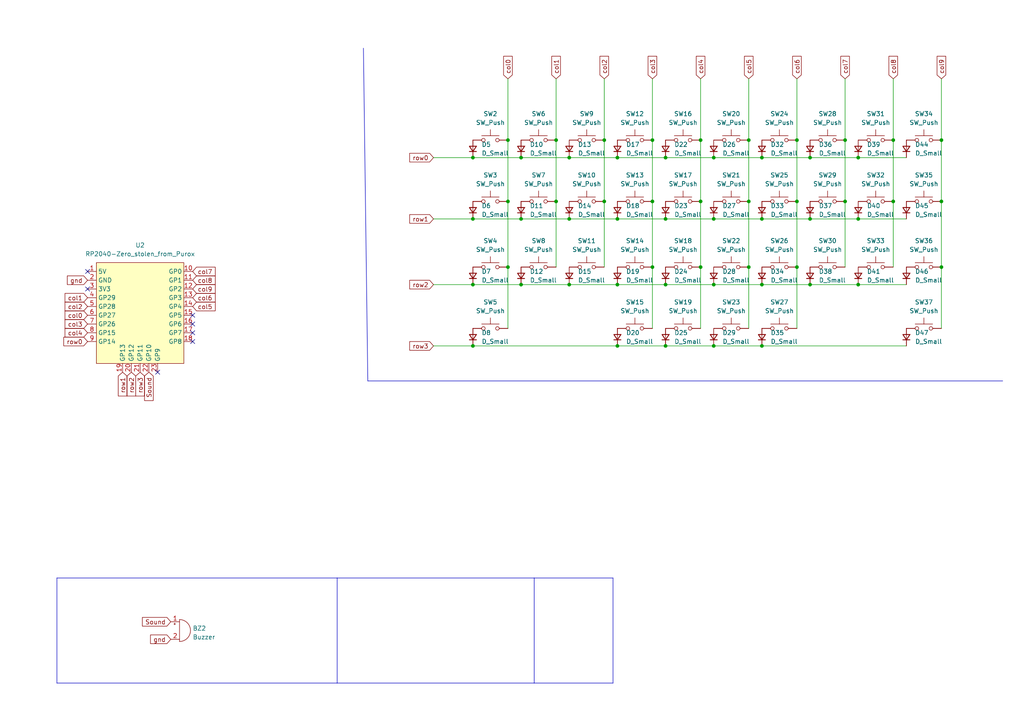
<source format=kicad_sch>
(kicad_sch (version 20231120) (generator "eeschema") (generator_version "8.0")
  (paper "A4")
  (lib_symbols
    (symbol "TheEndgame2024:Buzzer" (pin_names (offset 0.0254) hide)
      (property "Reference" "BZ1" (at 3.81 1.2701 0))
      (property "Value" "Buzzer" (at 3.81 -1.2699 0))
      (symbol "Buzzer_0_1"
        (arc (start 0 -3.175) (mid 3.1612 0) (end 0 3.175))
        (polyline (pts (xy -1.651 1.905) (xy -1.143 1.905)))
        (polyline (pts (xy -1.397 2.159) (xy -1.397 1.651)))
        (polyline (pts (xy 0 3.175) (xy 0 -3.175)))
      )
      (symbol "Buzzer_1_1"
        (pin passive line (at -2.54 2.54 0) (length 2.54) (name "-") (number "1"))
        (pin passive line (at -2.54 -2.54 0) (length 2.54) (name "+") (number "2"))
      )
    )
    (symbol "TheEndgame2024:D_Small" (pin_numbers hide) (pin_names (offset 0.254) hide)
      (property "Reference" "D28" (at 2.54 1.2701 90))
      (property "Value" "D_Small" (at 2.54 -1.2699 90))
      (symbol "D_Small_0_1"
        (polyline (pts (xy -0.762 -1.016) (xy -0.762 1.016)) (stroke (width 0.254)))
        (polyline (pts (xy -0.762 0) (xy 0.762 0)))
        (polyline (pts (xy 0.762 -1.016) (xy -0.762 0) (xy 0.762 1.016) (xy 0.762 -1.016)) (stroke (width 0.254)))
      )
      (symbol "D_Small_1_1"
        (pin passive line (at -2.54 0 0) (length 1.778) (name "K") (number "1"))
        (pin passive line (at 2.54 0 180) (length 1.778) (name "A") (number "2"))
      )
    )
    (symbol "TheEndgame2024:RP2040-Zero_stolen_from_Purox"
      (property "Reference" "U2" (at 0 12.7 0))
      (property "Value" "RP2040-Zero_stolen_from_Purox" (at 0 10.16 0))
      (symbol "RP2040-Zero_stolen_from_Purox_0_1"
        (rectangle (start -12.7 7.62) (end 12.7 -21.59) (fill (type background)))
      )
      (symbol "RP2040-Zero_stolen_from_Purox_1_1"
        (pin power_in line (at -15.24 5.08 0) (length 2.54) (name "5V") (number "1"))
        (pin bidirectional line (at 15.24 5.08 180) (length 2.54) (name "GP0") (number "10"))
        (pin bidirectional line (at 15.24 2.54 180) (length 2.54) (name "GP1") (number "11"))
        (pin bidirectional line (at 15.24 0 180) (length 2.54) (name "GP2") (number "12"))
        (pin bidirectional line (at 15.24 -2.54 180) (length 2.54) (name "GP3") (number "13"))
        (pin bidirectional line (at 15.24 -5.08 180) (length 2.54) (name "GP4") (number "14"))
        (pin bidirectional line (at 15.24 -7.62 180) (length 2.54) (name "GP5") (number "15"))
        (pin bidirectional line (at 15.24 -10.16 180) (length 2.54) (name "GP6") (number "16"))
        (pin bidirectional line (at 15.24 -12.7 180) (length 2.54) (name "GP7") (number "17"))
        (pin bidirectional line (at 15.24 -15.24 180) (length 2.54) (name "GP8") (number "18"))
        (pin bidirectional line (at -5.08 -24.13 90) (length 2.54) (name "GP13") (number "19"))
        (pin power_in line (at -15.24 2.54 0) (length 2.54) (name "GND") (number "2"))
        (pin bidirectional line (at -2.54 -24.13 90) (length 2.54) (name "GP12") (number "20"))
        (pin bidirectional line (at 0 -24.13 90) (length 2.54) (name "GP11") (number "21"))
        (pin bidirectional line (at 2.54 -24.13 90) (length 2.54) (name "GP10") (number "22"))
        (pin bidirectional line (at 5.08 -24.13 90) (length 2.54) (name "GP9") (number "23"))
        (pin power_in line (at -15.24 0 0) (length 2.54) (name "3V3") (number "3"))
        (pin bidirectional line (at -15.24 -2.54 0) (length 2.54) (name "GP29") (number "4"))
        (pin bidirectional line (at -15.24 -5.08 0) (length 2.54) (name "GP28") (number "5"))
        (pin bidirectional line (at -15.24 -7.62 0) (length 2.54) (name "GP27") (number "6"))
        (pin bidirectional line (at -15.24 -10.16 0) (length 2.54) (name "GP26") (number "7"))
        (pin bidirectional line (at -15.24 -12.7 0) (length 2.54) (name "GP15") (number "8"))
        (pin bidirectional line (at -15.24 -15.24 0) (length 2.54) (name "GP14") (number "9"))
      )
    )
    (symbol "TheEndgame2024:SW_Push" (pin_numbers hide) (pin_names (offset 1.016) hide)
      (property "Reference" "SW35" (at 0 7.62 0))
      (property "Value" "SW_Push" (at 0 5.08 0))
      (symbol "SW_Push_0_1"
        (circle (center -2.032 0) (radius 0.508))
        (polyline (pts (xy 0 1.27) (xy 0 3.048)))
        (polyline (pts (xy 2.54 1.27) (xy -2.54 1.27)))
        (circle (center 2.032 0) (radius 0.508))
        (pin passive line (at -5.08 0 0) (length 2.54) (name "1") (number "1"))
        (pin passive line (at 5.08 0 180) (length 2.54) (name "2") (number "2"))
      )
    )
  )
  (junction (at 137.16 100.33))
  (junction (at 231.14 77.47))
  (junction (at 231.14 40.64))
  (junction (at 234.95 45.72))
  (junction (at 189.23 58.42))
  (junction (at 217.17 77.47))
  (junction (at 259.08 40.64))
  (junction (at 161.29 58.42))
  (junction (at 203.2 77.47))
  (junction (at 193.04 82.55))
  (junction (at 175.26 40.64))
  (junction (at 259.08 58.42))
  (junction (at 234.95 82.55))
  (junction (at 137.16 45.72))
  (junction (at 207.01 100.33))
  (junction (at 203.2 40.64))
  (junction (at 231.14 58.42))
  (junction (at 248.92 45.72))
  (junction (at 193.04 45.72))
  (junction (at 165.1 82.55))
  (junction (at 151.13 82.55))
  (junction (at 273.05 40.64))
  (junction (at 193.04 63.5))
  (junction (at 147.32 58.42))
  (junction (at 220.98 63.5))
  (junction (at 165.1 63.5))
  (junction (at 217.17 40.64))
  (junction (at 179.07 82.55))
  (junction (at 137.16 63.5))
  (junction (at 248.92 82.55))
  (junction (at 207.01 45.72))
  (junction (at 207.01 82.55))
  (junction (at 234.95 63.5))
  (junction (at 165.1 45.72))
  (junction (at 189.23 40.64))
  (junction (at 203.2 58.42))
  (junction (at 273.05 77.47))
  (junction (at 273.05 58.42))
  (junction (at 189.23 77.47))
  (junction (at 179.07 45.72))
  (junction (at 193.04 100.33))
  (junction (at 147.32 40.64))
  (junction (at 147.32 77.47))
  (junction (at 151.13 45.72))
  (junction (at 137.16 82.55))
  (junction (at 175.26 58.42))
  (junction (at 179.07 63.5))
  (junction (at 220.98 82.55))
  (junction (at 245.11 58.42))
  (junction (at 207.01 63.5))
  (junction (at 217.17 58.42))
  (junction (at 248.92 63.5))
  (junction (at 161.29 40.64))
  (junction (at 245.11 40.64))
  (junction (at 220.98 45.72))
  (junction (at 151.13 63.5))
  (junction (at 220.98 100.33))
  (junction (at 179.07 100.33))
  (no_connect (at 25.4 83.82))
  (no_connect (at 25.4 78.74))
  (no_connect (at 55.88 96.52))
  (no_connect (at 55.88 99.06))
  (no_connect (at 55.88 91.44))
  (no_connect (at 55.88 93.98))
  (no_connect (at 45.72 107.95))
  (wire (pts (xy 231.14 58.42) (xy 231.14 77.47)))
  (wire (pts (xy 147.32 77.47) (xy 147.32 95.25)))
  (wire (pts (xy 207.01 63.5) (xy 220.98 63.5)))
  (polyline (pts (xy 154.94 167.64) (xy 97.79 167.64)))
  (wire (pts (xy 259.08 22.86) (xy 259.08 40.64)))
  (wire (pts (xy 175.26 58.42) (xy 175.26 77.47)))
  (wire (pts (xy 248.92 82.55) (xy 262.89 82.55)))
  (wire (pts (xy 220.98 82.55) (xy 234.95 82.55)))
  (wire (pts (xy 189.23 77.47) (xy 189.23 95.25)))
  (wire (pts (xy 151.13 45.72) (xy 165.1 45.72)))
  (wire (pts (xy 234.95 45.72) (xy 248.92 45.72)))
  (wire (pts (xy 125.73 63.5) (xy 137.16 63.5)))
  (wire (pts (xy 147.32 58.42) (xy 147.32 77.47)))
  (wire (pts (xy 137.16 63.5) (xy 151.13 63.5)))
  (wire (pts (xy 273.05 40.64) (xy 273.05 58.42)))
  (wire (pts (xy 125.73 45.72) (xy 137.16 45.72)))
  (wire (pts (xy 203.2 58.42) (xy 203.2 77.47)))
  (wire (pts (xy 220.98 45.72) (xy 234.95 45.72)))
  (polyline (pts (xy 97.79 198.12) (xy 16.51 198.12)))
  (polyline (pts (xy 16.51 167.64) (xy 97.79 167.64)))
  (wire (pts (xy 207.01 100.33) (xy 220.98 100.33)))
  (wire (pts (xy 161.29 58.42) (xy 161.29 77.47)))
  (wire (pts (xy 231.14 40.64) (xy 231.14 58.42)))
  (wire (pts (xy 189.23 58.42) (xy 189.23 77.47)))
  (wire (pts (xy 259.08 58.42) (xy 259.08 77.47)))
  (polyline (pts (xy 154.94 198.12) (xy 177.8 198.12)))
  (wire (pts (xy 234.95 63.5) (xy 248.92 63.5)))
  (wire (pts (xy 179.07 63.5) (xy 193.04 63.5)))
  (wire (pts (xy 179.07 82.55) (xy 193.04 82.55)))
  (wire (pts (xy 137.16 82.55) (xy 151.13 82.55)))
  (wire (pts (xy 179.07 100.33) (xy 193.04 100.33)))
  (wire (pts (xy 220.98 63.5) (xy 234.95 63.5)))
  (wire (pts (xy 273.05 22.86) (xy 273.05 40.64)))
  (wire (pts (xy 220.98 100.33) (xy 262.89 100.33)))
  (wire (pts (xy 193.04 100.33) (xy 207.01 100.33)))
  (wire (pts (xy 165.1 45.72) (xy 179.07 45.72)))
  (wire (pts (xy 161.29 22.86) (xy 161.29 40.64)))
  (wire (pts (xy 207.01 45.72) (xy 220.98 45.72)))
  (wire (pts (xy 245.11 22.86) (xy 245.11 40.64)))
  (wire (pts (xy 137.16 100.33) (xy 179.07 100.33)))
  (wire (pts (xy 207.01 82.55) (xy 220.98 82.55)))
  (polyline (pts (xy 97.79 167.64) (xy 97.79 198.12)))
  (wire (pts (xy 217.17 58.42) (xy 217.17 77.47)))
  (wire (pts (xy 175.26 40.64) (xy 175.26 58.42)))
  (wire (pts (xy 217.17 77.47) (xy 217.17 95.25)))
  (wire (pts (xy 161.29 40.64) (xy 161.29 58.42)))
  (wire (pts (xy 245.11 40.64) (xy 245.11 58.42)))
  (wire (pts (xy 165.1 82.55) (xy 179.07 82.55)))
  (wire (pts (xy 125.73 100.33) (xy 137.16 100.33)))
  (wire (pts (xy 193.04 45.72) (xy 207.01 45.72)))
  (wire (pts (xy 147.32 22.86) (xy 147.32 40.64)))
  (polyline (pts (xy 106.68 110.49) (xy 290.83 110.49)))
  (polyline (pts (xy 105.41 13.97) (xy 106.68 110.49)))
  (wire (pts (xy 217.17 22.86) (xy 217.17 40.64)))
  (wire (pts (xy 273.05 77.47) (xy 273.05 95.25)))
  (wire (pts (xy 137.16 45.72) (xy 151.13 45.72)))
  (wire (pts (xy 151.13 63.5) (xy 165.1 63.5)))
  (wire (pts (xy 175.26 22.86) (xy 175.26 40.64)))
  (polyline (pts (xy 177.8 198.12) (xy 177.8 167.64)))
  (wire (pts (xy 245.11 58.42) (xy 245.11 77.47)))
  (wire (pts (xy 248.92 45.72) (xy 262.89 45.72)))
  (wire (pts (xy 203.2 77.47) (xy 203.2 95.25)))
  (wire (pts (xy 234.95 82.55) (xy 248.92 82.55)))
  (polyline (pts (xy 154.94 198.12) (xy 154.94 167.64)))
  (wire (pts (xy 165.1 63.5) (xy 179.07 63.5)))
  (polyline (pts (xy 177.8 167.64) (xy 154.94 167.64)))
  (wire (pts (xy 193.04 63.5) (xy 207.01 63.5)))
  (wire (pts (xy 231.14 22.86) (xy 231.14 40.64)))
  (polyline (pts (xy 16.51 198.12) (xy 16.51 167.64)))
  (wire (pts (xy 151.13 82.55) (xy 165.1 82.55)))
  (wire (pts (xy 179.07 45.72) (xy 193.04 45.72)))
  (wire (pts (xy 147.32 40.64) (xy 147.32 58.42)))
  (wire (pts (xy 259.08 40.64) (xy 259.08 58.42)))
  (wire (pts (xy 125.73 82.55) (xy 137.16 82.55)))
  (wire (pts (xy 203.2 22.86) (xy 203.2 40.64)))
  (wire (pts (xy 193.04 82.55) (xy 207.01 82.55)))
  (wire (pts (xy 231.14 77.47) (xy 231.14 95.25)))
  (wire (pts (xy 248.92 63.5) (xy 262.89 63.5)))
  (wire (pts (xy 217.17 40.64) (xy 217.17 58.42)))
  (wire (pts (xy 189.23 22.86) (xy 189.23 40.64)))
  (wire (pts (xy 273.05 58.42) (xy 273.05 77.47)))
  (wire (pts (xy 203.2 40.64) (xy 203.2 58.42)))
  (polyline (pts (xy 97.79 198.12) (xy 154.94 198.12)))
  (wire (pts (xy 189.23 40.64) (xy 189.23 58.42)))
  (global_label "row0" (shape input) (at 25.4 99.06 180) (property "Intersheetrefs" "${INTERSHEET_REFS}" (effects (hide yes))))
  (global_label "col2" (shape input) (at 25.4 88.9 180) (property "Intersheetrefs" "${INTERSHEET_REFS}" (effects (hide yes))))
  (global_label "col0" (shape input) (at 147.32 22.86 90) (property "Intersheetrefs" "${INTERSHEET_REFS}" (effects (hide yes))))
  (global_label "col6" (shape input) (at 231.14 22.86 90) (property "Intersheetrefs" "${INTERSHEET_REFS}" (effects (hide yes))))
  (global_label "col8" (shape input) (at 55.88 81.28 0) (property "Intersheetrefs" "${INTERSHEET_REFS}" (effects (hide yes))))
  (global_label "row3" (shape input) (at 40.64 107.95 270) (property "Intersheetrefs" "${INTERSHEET_REFS}" (effects (hide yes))))
  (global_label "Sound" (shape input) (at 49.53 180.34 180) (property "Intersheetrefs" "${INTERSHEET_REFS}" (effects (hide yes))))
  (global_label "col5" (shape input) (at 55.88 88.9 0) (property "Intersheetrefs" "${INTERSHEET_REFS}" (effects (hide yes))))
  (global_label "col2" (shape input) (at 175.26 22.86 90) (property "Intersheetrefs" "${INTERSHEET_REFS}" (effects (hide yes))))
  (global_label "row1" (shape input) (at 125.73 63.5 180) (property "Intersheetrefs" "${INTERSHEET_REFS}" (effects (hide yes))))
  (global_label "row3" (shape input) (at 125.73 100.33 180) (property "Intersheetrefs" "${INTERSHEET_REFS}" (effects (hide yes))))
  (global_label "row0" (shape input) (at 125.73 45.72 180) (property "Intersheetrefs" "${INTERSHEET_REFS}" (effects (hide yes))))
  (global_label "col6" (shape input) (at 55.88 86.36 0) (property "Intersheetrefs" "${INTERSHEET_REFS}" (effects (hide yes))))
  (global_label "col9" (shape input) (at 55.88 83.82 0) (property "Intersheetrefs" "${INTERSHEET_REFS}" (effects (hide yes))))
  (global_label "col8" (shape input) (at 259.08 22.86 90) (property "Intersheetrefs" "${INTERSHEET_REFS}" (effects (hide yes))))
  (global_label "row1" (shape input) (at 35.56 107.95 270) (property "Intersheetrefs" "${INTERSHEET_REFS}" (effects (hide yes))))
  (global_label "row2" (shape input) (at 125.73 82.55 180) (property "Intersheetrefs" "${INTERSHEET_REFS}" (effects (hide yes))))
  (global_label "col3" (shape input) (at 189.23 22.86 90) (property "Intersheetrefs" "${INTERSHEET_REFS}" (effects (hide yes))))
  (global_label "col4" (shape input) (at 25.4 96.52 180) (property "Intersheetrefs" "${INTERSHEET_REFS}" (effects (hide yes))))
  (global_label "col7" (shape input) (at 55.88 78.74 0) (property "Intersheetrefs" "${INTERSHEET_REFS}" (effects (hide yes))))
  (global_label "col5" (shape input) (at 217.17 22.86 90) (property "Intersheetrefs" "${INTERSHEET_REFS}" (effects (hide yes))))
  (global_label "col0" (shape input) (at 25.4 91.44 180) (property "Intersheetrefs" "${INTERSHEET_REFS}" (effects (hide yes))))
  (global_label "col3" (shape input) (at 25.4 93.98 180) (property "Intersheetrefs" "${INTERSHEET_REFS}" (effects (hide yes))))
  (global_label "col4" (shape input) (at 203.2 22.86 90) (property "Intersheetrefs" "${INTERSHEET_REFS}" (effects (hide yes))))
  (global_label "gnd" (shape input) (at 49.53 185.42 180) (property "Intersheetrefs" "${INTERSHEET_REFS}" (effects (hide yes))))
  (global_label "row2" (shape input) (at 38.1 107.95 270) (property "Intersheetrefs" "${INTERSHEET_REFS}" (effects (hide yes))))
  (global_label "col7" (shape input) (at 245.11 22.86 90) (property "Intersheetrefs" "${INTERSHEET_REFS}" (effects (hide yes))))
  (global_label "col1" (shape input) (at 25.4 86.36 180) (property "Intersheetrefs" "${INTERSHEET_REFS}" (effects (hide yes))))
  (global_label "col9" (shape input) (at 273.05 22.86 90) (property "Intersheetrefs" "${INTERSHEET_REFS}" (effects (hide yes))))
  (global_label "gnd" (shape input) (at 25.4 81.28 180) (property "Intersheetrefs" "${INTERSHEET_REFS}" (effects (hide yes))))
  (global_label "col1" (shape input) (at 161.29 22.86 90) (property "Intersheetrefs" "${INTERSHEET_REFS}" (effects (hide yes))))
  (global_label "Sound" (shape input) (at 43.18 107.95 270) (property "Intersheetrefs" "${INTERSHEET_REFS}" (effects (hide yes))))
  (symbol (lib_id "TheEndgame2024:SW_Push") (at 156.21 40.64 0) (unit 1)
    (property "Reference" "SW6" (at 156.21 33.02 0))
    (property "Value" "SW_Push" (at 156.21 35.56 0))
    (property "Footprint" "UWUmasterGatekeeperHusoLib:SW_choc_v1_HSxSolder_1u_filets_MBK_blk fixxed flipped solder pads" (effects (hide yes)))
  )
  (symbol (lib_id "TheEndgame2024:SW_Push") (at 142.24 95.25 0) (unit 1)
    (property "Reference" "SW5" (at 142.24 87.63 0))
    (property "Value" "SW_Push" (at 142.24 90.17 0))
    (property "Footprint" "UWUmasterGatekeeperHusoLib:SW_choc_v1_HSxSolder_1.5u_filets_MBK_blk fixxed flipped solder pads" (effects (hide yes)))
  )
  (symbol (lib_id "TheEndgame2024:SW_Push") (at 226.06 40.64 0) (unit 1)
    (property "Reference" "SW24" (at 226.06 33.02 0))
    (property "Value" "SW_Push" (at 226.06 35.56 0))
    (property "Footprint" "UWUmasterGatekeeperHusoLib:SW_choc_v1_HSxSolder_1u_filets_MBK_blk fixxed flipped solder pads" (effects (hide yes)))
  )
  (symbol (lib_id "TheEndgame2024:D_Small") (at 151.13 60.96 90) (unit 1)
    (property "Reference" "D11" (at 153.67 59.6899 90) (effects (justify right)))
    (property "Value" "D_Small" (at 153.67 62.2299 90) (effects (justify right)))
    (property "Footprint" "UWUmasterGatekeeperHusoLib:Diode_SOD123 filets triangle" (effects (hide yes)))
  )
  (symbol (lib_id "TheEndgame2024:SW_Push") (at 184.15 77.47 0) (unit 1)
    (property "Reference" "SW14" (at 184.15 69.85 0))
    (property "Value" "SW_Push" (at 184.15 72.39 0))
    (property "Footprint" "UWUmasterGatekeeperHusoLib:SW_choc_v1_HSxSolder_1u_filets_MBK_blk fixxed flipped solder pads" (effects (hide yes)))
  )
  (symbol (lib_id "TheEndgame2024:D_Small") (at 220.98 43.18 90) (unit 1)
    (property "Reference" "D32" (at 223.52 41.9099 90) (effects (justify right)))
    (property "Value" "D_Small" (at 223.52 44.4499 90) (effects (justify right)))
    (property "Footprint" "UWUmasterGatekeeperHusoLib:Diode_SOD123 filets triangle" (effects (hide yes)))
  )
  (symbol (lib_id "TheEndgame2024:D_Small") (at 151.13 80.01 90) (unit 1)
    (property "Reference" "D12" (at 153.67 78.7399 90) (effects (justify right)))
    (property "Value" "D_Small" (at 153.67 81.2799 90) (effects (justify right)))
    (property "Footprint" "UWUmasterGatekeeperHusoLib:Diode_SOD123 filets triangle" (effects (hide yes)))
  )
  (symbol (lib_id "TheEndgame2024:D_Small") (at 248.92 43.18 90) (unit 1)
    (property "Reference" "D39" (at 251.46 41.9099 90) (effects (justify right)))
    (property "Value" "D_Small" (at 251.46 44.4499 90) (effects (justify right)))
    (property "Footprint" "UWUmasterGatekeeperHusoLib:Diode_SOD123 filets triangle" (effects (hide yes)))
  )
  (symbol (lib_id "TheEndgame2024:SW_Push") (at 198.12 77.47 0) (unit 1)
    (property "Reference" "SW18" (at 198.12 69.85 0))
    (property "Value" "SW_Push" (at 198.12 72.39 0))
    (property "Footprint" "UWUmasterGatekeeperHusoLib:SW_choc_v1_HSxSolder_1u_filets_MBK_blk fixxed flipped solder pads" (effects (hide yes)))
  )
  (symbol (lib_id "TheEndgame2024:D_Small") (at 234.95 43.18 90) (unit 1)
    (property "Reference" "D36" (at 237.49 41.9099 90) (effects (justify right)))
    (property "Value" "D_Small" (at 237.49 44.4499 90) (effects (justify right)))
    (property "Footprint" "UWUmasterGatekeeperHusoLib:Diode_SOD123 filets triangle" (effects (hide yes)))
  )
  (symbol (lib_id "TheEndgame2024:SW_Push") (at 156.21 58.42 0) (unit 1)
    (property "Reference" "SW7" (at 156.21 50.8 0))
    (property "Value" "SW_Push" (at 156.21 53.34 0))
    (property "Footprint" "UWUmasterGatekeeperHusoLib:SW_choc_v1_HSxSolder_1u_filets_MBK_blk fixxed flipped solder pads" (effects (hide yes)))
  )
  (symbol (lib_id "TheEndgame2024:SW_Push") (at 198.12 40.64 0) (unit 1)
    (property "Reference" "SW16" (at 198.12 33.02 0))
    (property "Value" "SW_Push" (at 198.12 35.56 0))
    (property "Footprint" "UWUmasterGatekeeperHusoLib:SW_choc_v1_HSxSolder_1u_filets_MBK_blk fixxed flipped solder pads" (effects (hide yes)))
  )
  (symbol (lib_id "TheEndgame2024:SW_Push") (at 170.18 58.42 0) (unit 1)
    (property "Reference" "SW10" (at 170.18 50.8 0))
    (property "Value" "SW_Push" (at 170.18 53.34 0))
    (property "Footprint" "UWUmasterGatekeeperHusoLib:SW_choc_v1_HSxSolder_1u_filets_MBK_blk fixxed flipped solder pads" (effects (hide yes)))
  )
  (symbol (lib_id "TheEndgame2024:D_Small") (at 165.1 60.96 90) (unit 1)
    (property "Reference" "D14" (at 167.64 59.6899 90) (effects (justify right)))
    (property "Value" "D_Small" (at 167.64 62.2299 90) (effects (justify right)))
    (property "Footprint" "UWUmasterGatekeeperHusoLib:Diode_SOD123 filets triangle" (effects (hide yes)))
  )
  (symbol (lib_id "TheEndgame2024:SW_Push") (at 254 40.64 0) (unit 1)
    (property "Reference" "SW31" (at 254 33.02 0))
    (property "Value" "SW_Push" (at 254 35.56 0))
    (property "Footprint" "UWUmasterGatekeeperHusoLib:SW_choc_v1_HSxSolder_1u_filets_MBK_blk fixxed flipped solder pads" (effects (hide yes)))
  )
  (symbol (lib_id "TheEndgame2024:SW_Push") (at 198.12 95.25 0) (unit 1)
    (property "Reference" "SW19" (at 198.12 87.63 0))
    (property "Value" "SW_Push" (at 198.12 90.17 0))
    (property "Footprint" "UWUmasterGatekeeperHusoLib:SW_choc_v1_HSxSolder_1.5u_filets_MBK_blk fixxed flipped solder pads" (effects (hide yes)))
  )
  (symbol (lib_id "TheEndgame2024:D_Small") (at 193.04 43.18 90) (unit 1)
    (property "Reference" "D22" (at 195.58 41.9099 90) (effects (justify right)))
    (property "Value" "D_Small" (at 195.58 44.4499 90) (effects (justify right)))
    (property "Footprint" "UWUmasterGatekeeperHusoLib:Diode_SOD123 filets triangle" (effects (hide yes)))
  )
  (symbol (lib_id "TheEndgame2024:SW_Push") (at 184.15 95.25 0) (unit 1)
    (property "Reference" "SW15" (at 184.15 87.63 0))
    (property "Value" "SW_Push" (at 184.15 90.17 0))
    (property "Footprint" "UWUmasterGatekeeperHusoLib:SW_choc_v1_HSxSolder_1u_filets_MBK_blk fixxed flipped solder pads" (effects (hide yes)))
  )
  (symbol (lib_id "TheEndgame2024:D_Small") (at 193.04 97.79 90) (unit 1)
    (property "Reference" "D25" (at 195.58 96.5199 90) (effects (justify right)))
    (property "Value" "D_Small" (at 195.58 99.0599 90) (effects (justify right)))
    (property "Footprint" "UWUmasterGatekeeperHusoLib:Diode_SOD123 filets triangle" (effects (hide yes)))
  )
  (symbol (lib_id "TheEndgame2024:SW_Push") (at 254 77.47 0) (unit 1)
    (property "Reference" "SW33" (at 254 69.85 0))
    (property "Value" "SW_Push" (at 254 72.39 0))
    (property "Footprint" "UWUmasterGatekeeperHusoLib:SW_choc_v1_HSxSolder_1u_filets_MBK_blk fixxed flipped solder pads" (effects (hide yes)))
  )
  (symbol (lib_id "TheEndgame2024:D_Small") (at 248.92 60.96 90) (unit 1)
    (property "Reference" "D40" (at 251.46 59.6899 90) (effects (justify right)))
    (property "Value" "D_Small" (at 251.46 62.2299 90) (effects (justify right)))
    (property "Footprint" "UWUmasterGatekeeperHusoLib:Diode_SOD123 filets triangle" (effects (hide yes)))
  )
  (symbol (lib_id "TheEndgame2024:D_Small") (at 137.16 97.79 90) (unit 1)
    (property "Reference" "D8" (at 139.7 96.5199 90) (effects (justify right)))
    (property "Value" "D_Small" (at 139.7 99.0599 90) (effects (justify right)))
    (property "Footprint" "UWUmasterGatekeeperHusoLib:Diode_SOD123 filets triangle" (effects (hide yes)))
  )
  (symbol (lib_id "TheEndgame2024:D_Small") (at 179.07 97.79 90) (unit 1)
    (property "Reference" "D20" (at 181.61 96.5199 90) (effects (justify right)))
    (property "Value" "D_Small" (at 181.61 99.0599 90) (effects (justify right)))
    (property "Footprint" "UWUmasterGatekeeperHusoLib:Diode_SOD123 filets triangle" (effects (hide yes)))
  )
  (symbol (lib_id "TheEndgame2024:D_Small") (at 220.98 60.96 90) (unit 1)
    (property "Reference" "D33" (at 223.52 59.6899 90) (effects (justify right)))
    (property "Value" "D_Small" (at 223.52 62.2299 90) (effects (justify right)))
    (property "Footprint" "UWUmasterGatekeeperHusoLib:Diode_SOD123 filets triangle" (effects (hide yes)))
  )
  (symbol (lib_id "TheEndgame2024:D_Small") (at 165.1 80.01 90) (unit 1)
    (property "Reference" "D15" (at 167.64 78.7399 90) (effects (justify right)))
    (property "Value" "D_Small" (at 167.64 81.2799 90) (effects (justify right)))
    (property "Footprint" "UWUmasterGatekeeperHusoLib:Diode_SOD123 filets triangle" (effects (hide yes)))
  )
  (symbol (lib_id "TheEndgame2024:SW_Push") (at 170.18 77.47 0) (unit 1)
    (property "Reference" "SW11" (at 170.18 69.85 0))
    (property "Value" "SW_Push" (at 170.18 72.39 0))
    (property "Footprint" "UWUmasterGatekeeperHusoLib:SW_choc_v1_HSxSolder_1u_filets_MBK_blk fixxed flipped solder pads" (effects (hide yes)))
  )
  (symbol (lib_id "TheEndgame2024:D_Small") (at 248.92 80.01 90) (unit 1)
    (property "Reference" "D41" (at 251.46 78.7399 90) (effects (justify right)))
    (property "Value" "D_Small" (at 251.46 81.2799 90) (effects (justify right)))
    (property "Footprint" "UWUmasterGatekeeperHusoLib:Diode_SOD123 filets triangle" (effects (hide yes)))
  )
  (symbol (lib_id "TheEndgame2024:SW_Push") (at 240.03 40.64 0) (unit 1)
    (property "Reference" "SW28" (at 240.03 33.02 0))
    (property "Value" "SW_Push" (at 240.03 35.56 0))
    (property "Footprint" "UWUmasterGatekeeperHusoLib:SW_choc_v1_HSxSolder_1u_filets_MBK_blk fixxed flipped solder pads" (effects (hide yes)))
  )
  (symbol (lib_id "TheEndgame2024:SW_Push") (at 184.15 40.64 0) (unit 1)
    (property "Reference" "SW12" (at 184.15 33.02 0))
    (property "Value" "SW_Push" (at 184.15 35.56 0))
    (property "Footprint" "UWUmasterGatekeeperHusoLib:SW_choc_v1_HSxSolder_1u_filets_MBK_blk fixxed flipped solder pads" (effects (hide yes)))
  )
  (symbol (lib_id "TheEndgame2024:D_Small") (at 193.04 60.96 90) (unit 1)
    (property "Reference" "D23" (at 195.58 59.6899 90) (effects (justify right)))
    (property "Value" "D_Small" (at 195.58 62.2299 90) (effects (justify right)))
    (property "Footprint" "UWUmasterGatekeeperHusoLib:Diode_SOD123 filets triangle" (effects (hide yes)))
  )
  (symbol (lib_id "TheEndgame2024:SW_Push") (at 142.24 40.64 0) (unit 1)
    (property "Reference" "SW2" (at 142.24 33.02 0))
    (property "Value" "SW_Push" (at 142.24 35.56 0))
    (property "Footprint" "UWUmasterGatekeeperHusoLib:SW_choc_v1_HSxSolder_1u_filets_MBK_blk fixxed flipped solder pads" (effects (hide yes)))
  )
  (symbol (lib_id "TheEndgame2024:D_Small") (at 137.16 60.96 90) (unit 1)
    (property "Reference" "D6" (at 139.7 59.6899 90) (effects (justify right)))
    (property "Value" "D_Small" (at 139.7 62.2299 90) (effects (justify right)))
    (property "Footprint" "UWUmasterGatekeeperHusoLib:Diode_SOD123 filets triangle" (effects (hide yes)))
  )
  (symbol (lib_id "TheEndgame2024:SW_Push") (at 212.09 95.25 0) (unit 1)
    (property "Reference" "SW23" (at 212.09 87.63 0))
    (property "Value" "SW_Push" (at 212.09 90.17 0))
    (property "Footprint" "UWUmasterGatekeeperHusoLib:SW_choc_v1_HSxSolder_1.5u_filets_MBK_blk fixxed flipped solder pads" (effects (hide yes)))
  )
  (symbol (lib_id "TheEndgame2024:SW_Push") (at 212.09 58.42 0) (unit 1)
    (property "Reference" "SW21" (at 212.09 50.8 0))
    (property "Value" "SW_Push" (at 212.09 53.34 0))
    (property "Footprint" "UWUmasterGatekeeperHusoLib:SW_choc_v1_HSxSolder_1u_filets_MBK_blk fixxed flipped solder pads" (effects (hide yes)))
  )
  (symbol (lib_id "TheEndgame2024:D_Small") (at 262.89 43.18 90) (unit 1)
    (property "Reference" "D44" (at 265.43 41.9099 90) (effects (justify right)))
    (property "Value" "D_Small" (at 265.43 44.4499 90) (effects (justify right)))
    (property "Footprint" "UWUmasterGatekeeperHusoLib:Diode_SOD123 filets triangle" (effects (hide yes)))
  )
  (symbol (lib_id "TheEndgame2024:SW_Push") (at 240.03 77.47 0) (unit 1)
    (property "Reference" "SW30" (at 240.03 69.85 0))
    (property "Value" "SW_Push" (at 240.03 72.39 0))
    (property "Footprint" "UWUmasterGatekeeperHusoLib:SW_choc_v1_HSxSolder_1u_filets_MBK_blk fixxed flipped solder pads" (effects (hide yes)))
  )
  (symbol (lib_id "TheEndgame2024:D_Small") (at 137.16 80.01 90) (unit 1)
    (property "Reference" "D7" (at 139.7 78.7399 90) (effects (justify right)))
    (property "Value" "D_Small" (at 139.7 81.2799 90) (effects (justify right)))
    (property "Footprint" "UWUmasterGatekeeperHusoLib:Diode_SOD123 filets triangle" (effects (hide yes)))
  )
  (symbol (lib_id "TheEndgame2024:SW_Push") (at 267.97 95.25 0) (unit 1)
    (property "Reference" "SW37" (at 267.97 87.63 0))
    (property "Value" "SW_Push" (at 267.97 90.17 0))
    (property "Footprint" "UWUmasterGatekeeperHusoLib:SW_choc_v1_HSxSolder_1.5u_filets_MBK_blk fixxed flipped solder pads" (effects (hide yes)))
  )
  (symbol (lib_id "TheEndgame2024:D_Small") (at 207.01 97.79 90) (unit 1)
    (property "Reference" "D29" (at 209.55 96.5199 90) (effects (justify right)))
    (property "Value" "D_Small" (at 209.55 99.0599 90) (effects (justify right)))
    (property "Footprint" "UWUmasterGatekeeperHusoLib:Diode_SOD123 filets triangle" (effects (hide yes)))
  )
  (symbol (lib_id "TheEndgame2024:SW_Push") (at 198.12 58.42 0) (unit 1)
    (property "Reference" "SW17" (at 198.12 50.8 0))
    (property "Value" "SW_Push" (at 198.12 53.34 0))
    (property "Footprint" "UWUmasterGatekeeperHusoLib:SW_choc_v1_HSxSolder_1u_filets_MBK_blk fixxed flipped solder pads" (effects (hide yes)))
  )
  (symbol (lib_id "TheEndgame2024:SW_Push") (at 184.15 58.42 0) (unit 1)
    (property "Reference" "SW13" (at 184.15 50.8 0))
    (property "Value" "SW_Push" (at 184.15 53.34 0))
    (property "Footprint" "UWUmasterGatekeeperHusoLib:SW_choc_v1_HSxSolder_1u_filets_MBK_blk fixxed flipped solder pads" (effects (hide yes)))
  )
  (symbol (lib_id "TheEndgame2024:D_Small") (at 207.01 80.01 90) (unit 1)
    (property "Reference" "D28" (at 209.55 78.7399 90) (effects (justify right)))
    (property "Value" "D_Small" (at 209.55 81.2799 90) (effects (justify right)))
    (property "Footprint" "UWUmasterGatekeeperHusoLib:Diode_SOD123 filets triangle" (effects (hide yes)))
  )
  (symbol (lib_id "TheEndgame2024:D_Small") (at 193.04 80.01 90) (unit 1)
    (property "Reference" "D24" (at 195.58 78.7399 90) (effects (justify right)))
    (property "Value" "D_Small" (at 195.58 81.2799 90) (effects (justify right)))
    (property "Footprint" "UWUmasterGatekeeperHusoLib:Diode_SOD123 filets triangle" (effects (hide yes)))
  )
  (symbol (lib_id "TheEndgame2024:RP2040-Zero_stolen_from_Purox") (at 40.64 83.82 0) (unit 1)
    (property "Reference" "U2" (at 40.64 71.12 0))
    (property "Value" "RP2040-Zero_stolen_from_Purox" (at 40.64 73.66 0))
    (property "Footprint" "UWUmasterGatekeeperHusoLib:RP2040 Zero stolen from Purox bottom facing up 3d model v3" (effects (hide yes)))
  )
  (symbol (lib_id "TheEndgame2024:D_Small") (at 220.98 80.01 90) (unit 1)
    (property "Reference" "D34" (at 223.52 78.7399 90) (effects (justify right)))
    (property "Value" "D_Small" (at 223.52 81.2799 90) (effects (justify right)))
    (property "Footprint" "UWUmasterGatekeeperHusoLib:Diode_SOD123 filets triangle" (effects (hide yes)))
  )
  (symbol (lib_id "TheEndgame2024:SW_Push") (at 226.06 77.47 0) (unit 1)
    (property "Reference" "SW26" (at 226.06 69.85 0))
    (property "Value" "SW_Push" (at 226.06 72.39 0))
    (property "Footprint" "UWUmasterGatekeeperHusoLib:SW_choc_v1_HSxSolder_1u_filets_MBK_blk fixxed flipped solder pads" (effects (hide yes)))
  )
  (symbol (lib_id "TheEndgame2024:D_Small") (at 207.01 60.96 90) (unit 1)
    (property "Reference" "D27" (at 209.55 59.6899 90) (effects (justify right)))
    (property "Value" "D_Small" (at 209.55 62.2299 90) (effects (justify right)))
    (property "Footprint" "UWUmasterGatekeeperHusoLib:Diode_SOD123 filets triangle" (effects (hide yes)))
  )
  (symbol (lib_id "TheEndgame2024:D_Small") (at 137.16 43.18 90) (unit 1)
    (property "Reference" "D5" (at 139.7 41.9099 90) (effects (justify right)))
    (property "Value" "D_Small" (at 139.7 44.4499 90) (effects (justify right)))
    (property "Footprint" "UWUmasterGatekeeperHusoLib:Diode_SOD123 filets triangle" (effects (hide yes)))
  )
  (symbol (lib_id "TheEndgame2024:D_Small") (at 262.89 80.01 90) (unit 1)
    (property "Reference" "D46" (at 265.43 78.7399 90) (effects (justify right)))
    (property "Value" "D_Small" (at 265.43 81.2799 90) (effects (justify right)))
    (property "Footprint" "UWUmasterGatekeeperHusoLib:Diode_SOD123 filets triangle" (effects (hide yes)))
  )
  (symbol (lib_id "TheEndgame2024:D_Small") (at 220.98 97.79 90) (unit 1)
    (property "Reference" "D35" (at 223.52 96.5199 90) (effects (justify right)))
    (property "Value" "D_Small" (at 223.52 99.0599 90) (effects (justify right)))
    (property "Footprint" "UWUmasterGatekeeperHusoLib:Diode_SOD123 filets triangle" (effects (hide yes)))
  )
  (symbol (lib_id "TheEndgame2024:D_Small") (at 151.13 43.18 90) (unit 1)
    (property "Reference" "D10" (at 153.67 41.9099 90) (effects (justify right)))
    (property "Value" "D_Small" (at 153.67 44.4499 90) (effects (justify right)))
    (property "Footprint" "UWUmasterGatekeeperHusoLib:Diode_SOD123 filets triangle" (effects (hide yes)))
  )
  (symbol (lib_id "TheEndgame2024:SW_Push") (at 240.03 58.42 0) (unit 1)
    (property "Reference" "SW29" (at 240.03 50.8 0))
    (property "Value" "SW_Push" (at 240.03 53.34 0))
    (property "Footprint" "UWUmasterGatekeeperHusoLib:SW_choc_v1_HSxSolder_1u_filets_MBK_blk fixxed flipped solder pads" (effects (hide yes)))
  )
  (symbol (lib_id "TheEndgame2024:SW_Push") (at 156.21 77.47 0) (unit 1)
    (property "Reference" "SW8" (at 156.21 69.85 0))
    (property "Value" "SW_Push" (at 156.21 72.39 0))
    (property "Footprint" "UWUmasterGatekeeperHusoLib:SW_choc_v1_HSxSolder_1u_filets_MBK_blk fixxed flipped solder pads" (effects (hide yes)))
  )
  (symbol (lib_id "TheEndgame2024:D_Small") (at 207.01 43.18 90) (unit 1)
    (property "Reference" "D26" (at 209.55 41.9099 90) (effects (justify right)))
    (property "Value" "D_Small" (at 209.55 44.4499 90) (effects (justify right)))
    (property "Footprint" "UWUmasterGatekeeperHusoLib:Diode_SOD123 filets triangle" (effects (hide yes)))
  )
  (symbol (lib_id "TheEndgame2024:SW_Push") (at 267.97 77.47 0) (unit 1)
    (property "Reference" "SW36" (at 267.97 69.85 0))
    (property "Value" "SW_Push" (at 267.97 72.39 0))
    (property "Footprint" "UWUmasterGatekeeperHusoLib:SW_choc_v1_HSxSolder_1u_filets_MBK_blk fixxed flipped solder pads" (effects (hide yes)))
  )
  (symbol (lib_id "TheEndgame2024:SW_Push") (at 212.09 40.64 0) (unit 1)
    (property "Reference" "SW20" (at 212.09 33.02 0))
    (property "Value" "SW_Push" (at 212.09 35.56 0))
    (property "Footprint" "UWUmasterGatekeeperHusoLib:SW_choc_v1_HSxSolder_1u_filets_MBK_blk fixxed flipped solder pads" (effects (hide yes)))
  )
  (symbol (lib_id "TheEndgame2024:D_Small") (at 234.95 60.96 90) (unit 1)
    (property "Reference" "D37" (at 237.49 59.6899 90) (effects (justify right)))
    (property "Value" "D_Small" (at 237.49 62.2299 90) (effects (justify right)))
    (property "Footprint" "UWUmasterGatekeeperHusoLib:Diode_SOD123 filets triangle" (effects (hide yes)))
  )
  (symbol (lib_id "TheEndgame2024:SW_Push") (at 254 58.42 0) (unit 1)
    (property "Reference" "SW32" (at 254 50.8 0))
    (property "Value" "SW_Push" (at 254 53.34 0))
    (property "Footprint" "UWUmasterGatekeeperHusoLib:SW_choc_v1_HSxSolder_1u_filets_MBK_blk fixxed flipped solder pads" (effects (hide yes)))
  )
  (symbol (lib_id "TheEndgame2024:D_Small") (at 234.95 80.01 90) (unit 1)
    (property "Reference" "D38" (at 237.49 78.7399 90) (effects (justify right)))
    (property "Value" "D_Small" (at 237.49 81.2799 90) (effects (justify right)))
    (property "Footprint" "UWUmasterGatekeeperHusoLib:Diode_SOD123 filets triangle" (effects (hide yes)))
  )
  (symbol (lib_id "TheEndgame2024:SW_Push") (at 212.09 77.47 0) (unit 1)
    (property "Reference" "SW22" (at 212.09 69.85 0))
    (property "Value" "SW_Push" (at 212.09 72.39 0))
    (property "Footprint" "UWUmasterGatekeeperHusoLib:SW_choc_v1_HSxSolder_1u_filets_MBK_blk fixxed flipped solder pads" (effects (hide yes)))
  )
  (symbol (lib_id "TheEndgame2024:D_Small") (at 262.89 60.96 90) (unit 1)
    (property "Reference" "D45" (at 265.43 59.6899 90) (effects (justify right)))
    (property "Value" "D_Small" (at 265.43 62.2299 90) (effects (justify right)))
    (property "Footprint" "UWUmasterGatekeeperHusoLib:Diode_SOD123 filets triangle" (effects (hide yes)))
  )
  (symbol (lib_id "TheEndgame2024:Buzzer") (at 52.07 182.88 0) (unit 1)
    (property "Reference" "BZ2" (at 55.88 182.245 0) (effects (justify left)))
    (property "Value" "Buzzer" (at 55.88 184.785 0) (effects (justify left)))
    (property "Footprint" "UWUmasterGatekeeperHusoLib:Buzzer_Mallory_AST1109MLTRQ" (effects (hide yes)))
  )
  (symbol (lib_id "TheEndgame2024:SW_Push") (at 170.18 40.64 0) (unit 1)
    (property "Reference" "SW9" (at 170.18 33.02 0))
    (property "Value" "SW_Push" (at 170.18 35.56 0))
    (property "Footprint" "UWUmasterGatekeeperHusoLib:SW_choc_v1_HSxSolder_1u_filets_MBK_blk fixxed flipped solder pads" (effects (hide yes)))
  )
  (symbol (lib_id "TheEndgame2024:SW_Push") (at 226.06 58.42 0) (unit 1)
    (property "Reference" "SW25" (at 226.06 50.8 0))
    (property "Value" "SW_Push" (at 226.06 53.34 0))
    (property "Footprint" "UWUmasterGatekeeperHusoLib:SW_choc_v1_HSxSolder_1u_filets_MBK_blk fixxed flipped solder pads" (effects (hide yes)))
  )
  (symbol (lib_id "TheEndgame2024:D_Small") (at 165.1 43.18 90) (unit 1)
    (property "Reference" "D13" (at 167.64 41.9099 90) (effects (justify right)))
    (property "Value" "D_Small" (at 167.64 44.4499 90) (effects (justify right)))
    (property "Footprint" "UWUmasterGatekeeperHusoLib:Diode_SOD123 filets triangle" (effects (hide yes)))
  )
  (symbol (lib_id "TheEndgame2024:SW_Push") (at 267.97 40.64 0) (unit 1)
    (property "Reference" "SW34" (at 267.97 33.02 0))
    (property "Value" "SW_Push" (at 267.97 35.56 0))
    (property "Footprint" "UWUmasterGatekeeperHusoLib:SW_choc_v1_HSxSolder_1u_filets_MBK_blk fixxed flipped solder pads" (effects (hide yes)))
  )
  (symbol (lib_id "TheEndgame2024:SW_Push") (at 142.24 58.42 0) (unit 1)
    (property "Reference" "SW3" (at 142.24 50.8 0))
    (property "Value" "SW_Push" (at 142.24 53.34 0))
    (property "Footprint" "UWUmasterGatekeeperHusoLib:SW_choc_v1_HSxSolder_1u_filets_MBK_blk fixxed flipped solder pads" (effects (hide yes)))
  )
  (symbol (lib_id "TheEndgame2024:D_Small") (at 179.07 43.18 90) (unit 1)
    (property "Reference" "D17" (at 181.61 41.9099 90) (effects (justify right)))
    (property "Value" "D_Small" (at 181.61 44.4499 90) (effects (justify right)))
    (property "Footprint" "UWUmasterGatekeeperHusoLib:Diode_SOD123 filets triangle" (effects (hide yes)))
  )
  (symbol (lib_id "TheEndgame2024:D_Small") (at 262.89 97.79 90) (unit 1)
    (property "Reference" "D47" (at 265.43 96.5199 90) (effects (justify right)))
    (property "Value" "D_Small" (at 265.43 99.0599 90) (effects (justify right)))
    (property "Footprint" "UWUmasterGatekeeperHusoLib:Diode_SOD123 filets triangle" (effects (hide yes)))
  )
  (symbol (lib_id "TheEndgame2024:D_Small") (at 179.07 60.96 90) (unit 1)
    (property "Reference" "D18" (at 181.61 59.6899 90) (effects (justify right)))
    (property "Value" "D_Small" (at 181.61 62.2299 90) (effects (justify right)))
    (property "Footprint" "UWUmasterGatekeeperHusoLib:Diode_SOD123 filets triangle" (effects (hide yes)))
  )
  (symbol (lib_id "TheEndgame2024:SW_Push") (at 267.97 58.42 0) (unit 1)
    (property "Reference" "SW35" (at 267.97 50.8 0))
    (property "Value" "SW_Push" (at 267.97 53.34 0))
    (property "Footprint" "UWUmasterGatekeeperHusoLib:SW_choc_v1_HSxSolder_1u_filets_MBK_blk fixxed flipped solder pads" (effects (hide yes)))
  )
  (symbol (lib_id "TheEndgame2024:SW_Push") (at 142.24 77.47 0) (unit 1)
    (property "Reference" "SW4" (at 142.24 69.85 0))
    (property "Value" "SW_Push" (at 142.24 72.39 0))
    (property "Footprint" "UWUmasterGatekeeperHusoLib:SW_choc_v1_HSxSolder_1u_filets_MBK_blk fixxed flipped solder pads" (effects (hide yes)))
  )
  (symbol (lib_id "TheEndgame2024:SW_Push") (at 226.06 95.25 0) (unit 1)
    (property "Reference" "SW27" (at 226.06 87.63 0))
    (property "Value" "SW_Push" (at 226.06 90.17 0))
    (property "Footprint" "UWUmasterGatekeeperHusoLib:SW_choc_v1_HSxSolder_1u_filets_MBK_blk fixxed flipped solder pads" (effects (hide yes)))
  )
  (symbol (lib_id "TheEndgame2024:D_Small") (at 179.07 80.01 90) (unit 1)
    (property "Reference" "D19" (at 181.61 78.7399 90) (effects (justify right)))
    (property "Value" "D_Small" (at 181.61 81.2799 90) (effects (justify right)))
    (property "Footprint" "UWUmasterGatekeeperHusoLib:Diode_SOD123 filets triangle" (effects (hide yes)))
  )
)
</source>
